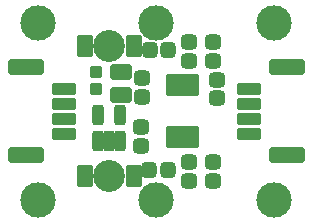
<source format=gbr>
G04 #@! TF.GenerationSoftware,KiCad,Pcbnew,(5.99.0-10394-g2e15de97e0)*
G04 #@! TF.CreationDate,2021-04-26T16:14:32+02:00*
G04 #@! TF.ProjectId,TFI2CEXT01A,54464932-4345-4585-9430-31412e6b6963,REV*
G04 #@! TF.SameCoordinates,PX78dfd90PY8290510*
G04 #@! TF.FileFunction,Soldermask,Bot*
G04 #@! TF.FilePolarity,Negative*
%FSLAX46Y46*%
G04 Gerber Fmt 4.6, Leading zero omitted, Abs format (unit mm)*
G04 Created by KiCad (PCBNEW (5.99.0-10394-g2e15de97e0)) date 2021-04-26 16:14:32*
%MOMM*%
%LPD*%
G01*
G04 APERTURE LIST*
G04 Aperture macros list*
%AMRoundRect*
0 Rectangle with rounded corners*
0 $1 Rounding radius*
0 $2 $3 $4 $5 $6 $7 $8 $9 X,Y pos of 4 corners*
0 Add a 4 corners polygon primitive as box body*
4,1,4,$2,$3,$4,$5,$6,$7,$8,$9,$2,$3,0*
0 Add four circle primitives for the rounded corners*
1,1,$1+$1,$2,$3*
1,1,$1+$1,$4,$5*
1,1,$1+$1,$6,$7*
1,1,$1+$1,$8,$9*
0 Add four rect primitives between the rounded corners*
20,1,$1+$1,$2,$3,$4,$5,0*
20,1,$1+$1,$4,$5,$6,$7,0*
20,1,$1+$1,$6,$7,$8,$9,0*
20,1,$1+$1,$8,$9,$2,$3,0*%
G04 Aperture macros list end*
%ADD10C,3.000000*%
%ADD11RoundRect,0.318750X0.318750X0.356250X-0.318750X0.356250X-0.318750X-0.356250X0.318750X-0.356250X0*%
%ADD12RoundRect,0.200000X0.225000X0.725000X-0.225000X0.725000X-0.225000X-0.725000X0.225000X-0.725000X0*%
%ADD13C,2.700000*%
%ADD14RoundRect,0.200000X0.475000X0.750000X-0.475000X0.750000X-0.475000X-0.750000X0.475000X-0.750000X0*%
%ADD15RoundRect,0.318750X0.356250X-0.318750X0.356250X0.318750X-0.356250X0.318750X-0.356250X-0.318750X0*%
%ADD16RoundRect,0.200000X-0.350000X0.300000X-0.350000X-0.300000X0.350000X-0.300000X0.350000X0.300000X0*%
%ADD17RoundRect,0.250000X0.800000X-0.250000X0.800000X0.250000X-0.800000X0.250000X-0.800000X-0.250000X0*%
%ADD18RoundRect,0.350000X1.200000X-0.350000X1.200000X0.350000X-1.200000X0.350000X-1.200000X-0.350000X0*%
%ADD19RoundRect,0.250000X0.250000X-0.612500X0.250000X0.612500X-0.250000X0.612500X-0.250000X-0.612500X0*%
%ADD20RoundRect,0.318750X-0.356250X0.318750X-0.356250X-0.318750X0.356250X-0.318750X0.356250X0.318750X0*%
%ADD21RoundRect,0.250000X-0.800000X0.250000X-0.800000X-0.250000X0.800000X-0.250000X0.800000X0.250000X0*%
%ADD22RoundRect,0.350000X-1.200000X0.350000X-1.200000X-0.350000X1.200000X-0.350000X1.200000X0.350000X0*%
%ADD23RoundRect,0.200000X0.698500X-0.444500X0.698500X0.444500X-0.698500X0.444500X-0.698500X-0.444500X0*%
G04 APERTURE END LIST*
D10*
G04 #@! TO.C,M3*
X-124246000Y136906000D03*
G04 #@! TD*
G04 #@! TO.C,M4*
X-124246000Y151906000D03*
G04 #@! TD*
G04 #@! TO.C,M5*
X-104246000Y151906000D03*
G04 #@! TD*
G04 #@! TO.C,M2*
X-114246000Y151906000D03*
G04 #@! TD*
G04 #@! TO.C,M6*
X-104246000Y136906000D03*
G04 #@! TD*
G04 #@! TO.C,M1*
X-114246000Y136906000D03*
G04 #@! TD*
D11*
G04 #@! TO.C,R4*
X-113258500Y139446000D03*
X-114833500Y139446000D03*
G04 #@! TD*
D12*
G04 #@! TO.C,U2*
X-111039000Y142206000D03*
X-111689000Y142206000D03*
X-112339000Y142206000D03*
X-112989000Y142206000D03*
X-112989000Y146606000D03*
X-112339000Y146606000D03*
X-111689000Y146606000D03*
X-111039000Y146606000D03*
G04 #@! TD*
D13*
G04 #@! TO.C,D1*
X-118246000Y149906000D03*
D14*
X-120321000Y149906000D03*
X-116171000Y149906000D03*
G04 #@! TD*
D15*
G04 #@! TO.C,C2*
X-115570000Y141478000D03*
X-115570000Y143053000D03*
G04 #@! TD*
D16*
G04 #@! TO.C,D2*
X-119380000Y146301000D03*
X-119380000Y147701000D03*
G04 #@! TD*
D15*
G04 #@! TO.C,R5*
X-109474000Y138531500D03*
X-109474000Y140106500D03*
G04 #@! TD*
G04 #@! TO.C,C3*
X-115443000Y145618000D03*
X-115443000Y147193000D03*
G04 #@! TD*
D17*
G04 #@! TO.C,J1*
X-122096000Y142531000D03*
X-122096000Y143781000D03*
X-122096000Y145031000D03*
X-122096000Y146281000D03*
D18*
X-125296000Y148131000D03*
X-125296000Y140681000D03*
G04 #@! TD*
D19*
G04 #@! TO.C,U1*
X-117287000Y141864500D03*
X-118237000Y141864500D03*
X-119187000Y141864500D03*
X-119187000Y144139500D03*
X-117287000Y144139500D03*
G04 #@! TD*
D13*
G04 #@! TO.C,D3*
X-118246000Y138906000D03*
D14*
X-120321000Y138906000D03*
X-116171000Y138906000D03*
G04 #@! TD*
D11*
G04 #@! TO.C,R1*
X-113233000Y149606000D03*
X-114808000Y149606000D03*
G04 #@! TD*
D20*
G04 #@! TO.C,R6*
X-109474000Y150241000D03*
X-109474000Y148666000D03*
G04 #@! TD*
D15*
G04 #@! TO.C,R2*
X-111506000Y138531500D03*
X-111506000Y140106500D03*
G04 #@! TD*
D20*
G04 #@! TO.C,R3*
X-111506000Y150241000D03*
X-111506000Y148666000D03*
G04 #@! TD*
D21*
G04 #@! TO.C,J3*
X-106396000Y146281000D03*
X-106396000Y145031000D03*
X-106396000Y143781000D03*
X-106396000Y142531000D03*
D22*
X-103196000Y140681000D03*
X-103196000Y148131000D03*
G04 #@! TD*
D23*
G04 #@! TO.C,C1*
X-117221000Y145796000D03*
X-117221000Y147701000D03*
G04 #@! TD*
D15*
G04 #@! TO.C,C4*
X-109093000Y145516500D03*
X-109093000Y147091500D03*
G04 #@! TD*
M02*

</source>
